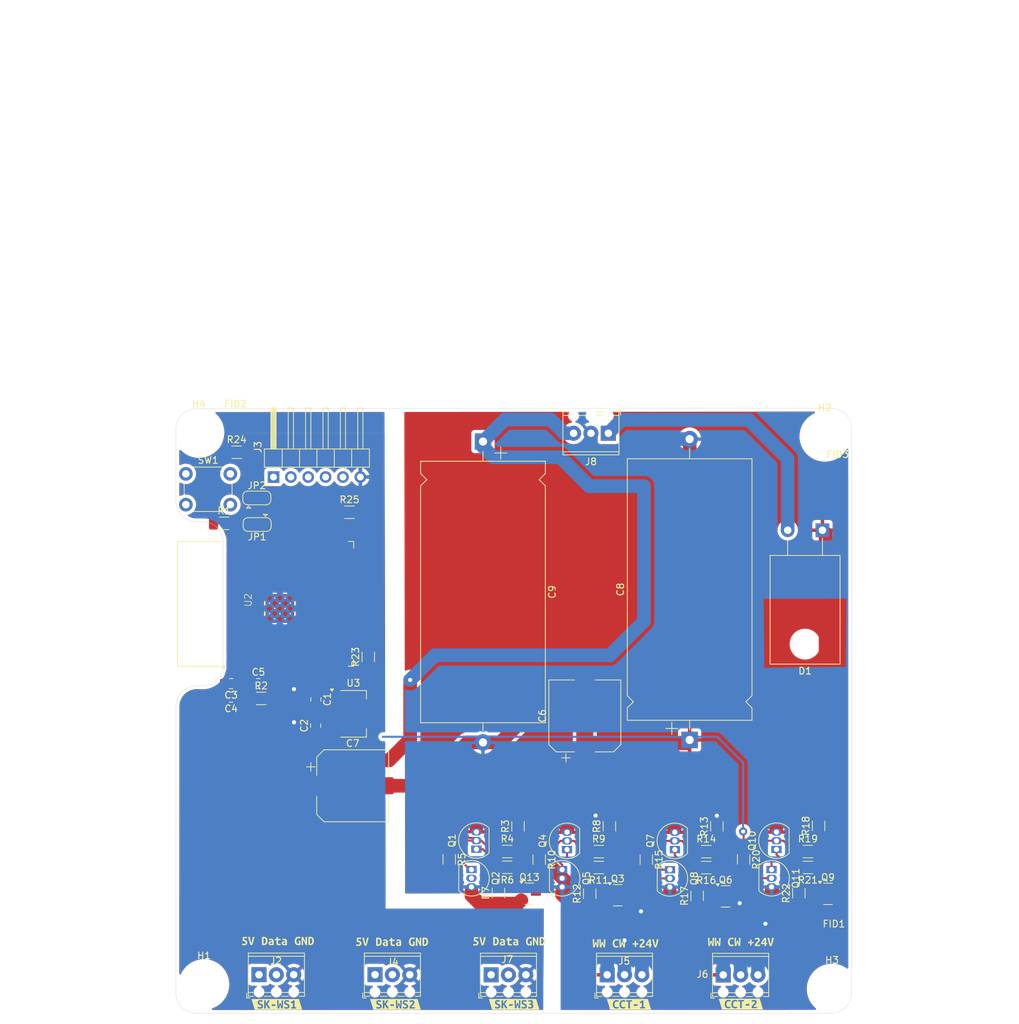
<source format=kicad_pcb>
(kicad_pcb (version 20240108) (generator "pcbnew") (generator_version "8.0")
  (layers (0 "F.Cu" signal) (31 "B.Cu" signal) (34 "B.Paste" user) (35 "F.Paste" user) (36 "B.SilkS" user "B.Silkscreen") (37 "F.SilkS" user "F.Silkscreen") (38 "B.Mask" user) (39 "F.Mask" user) (44 "Edge.Cuts" user))
  (net 0 "")
  (net 1 "GND")
  (net 2 "+3V3")
  (net 3 "+5V")
  (net 4 "Net-(U2-EN)")
  (net 5 "LED1")
  (net 6 "Net-(J3-Pin_3)")
  (net 10 "Net-(J3-Pin_2)")
  (net 11 "LED2")
  (net 12 "+24V")
  (net 13 "LED3")
  (net 14 "RX")
  (net 15 "TX")
  (net 16 "Net-(Q1-C)")
  (net 17 "Net-(Q1-B)")
  (net 18 "Net-(Q2-B)")
  (net 19 "Net-(Q3-G)")
  (net 20 "Net-(Q4-C)")
  (net 21 "Net-(Q4-B)")
  (net 22 "Net-(Q5-B)")
  (net 23 "Net-(Q6-G)")
  (net 24 "Net-(Q7-B)")
  (net 25 "Net-(Q7-C)")
  (net 26 "Net-(Q8-B)")
  (net 27 "Net-(Q9-G)")
  (net 28 "Net-(Q10-B)")
  (net 29 "Net-(Q10-C)")
  (net 30 "Net-(Q11-B)")
  (net 31 "Net-(Q13-G)")
  (net 32 "Net-(R1-Pad1)")
  (net 33 "Net-(R3-Pad1)")
  (net 34 "CCT2_CW")
  (net 35 "Net-(R8-Pad1)")
  (net 36 "CCT2_WW")
  (net 37 "Net-(R13-Pad1)")
  (net 38 "CCT1_CW")
  (net 39 "Net-(R18-Pad1)")
  (net 40 "CCT1_WW")
  (net 41 "Net-(U2-IO12)")
  (net 42 "Net-(U2-IO0)")
  (net 43 "Net-(U2-IO2)")
  (net 65 "/CW1")
  (net 66 "/WW1")
  (net 67 "/CW2")
  (net 68 "/WW2")
  (net 69 "/V_IN")
  (footprint "Package_TO_SOT_THT:TO-92_Inline" (layer "F.Cu") (at 83.304 155.382389 90)
    (property "Reference" "Q1")
    (property "Value" "BC327")
  )
  (footprint "Connector_PinHeader_2.54mm:PinHeader_1x06_P2.54mm_Horizontal" (layer "F.Cu") (at 53.63 100.95 90)
    (property "Reference" "J3")
    (property "Value" "Conn_01x06_Socket")
  )
  (footprint "Capacitor_SMD:C_1206_3216Metric_Pad1.33x1.80mm_HandSolder" (layer "F.Cu") (at 116.9186 158.074789 180)
    (property "Reference" "R16")
    (property "Value" "1k")
  )
  (footprint "Capacitor_SMD:C_1206_3216Metric_Pad1.33x1.80mm_HandSolder" (layer "F.Cu") (at 130.4625 161.813688 90)
    (property "Reference" "R22")
    (property "Value" "1k")
  )
  (footprint "Capacitor_SMD:C_1206_3216Metric_Pad1.33x1.80mm_HandSolder" (layer "F.Cu") (at 46.42 107.73)
    (property "Reference" "R1")
    (property "Value" "4k7")
  )
  (footprint "kibuzzard-670EF22D" (layer "F.Cu") (at 88.09 168.84)
    (property "Reference" "kibuzzard-670EF22D" (hide yes))
    (property "Value" "G***" (hide yes))
  )
  (footprint "Capacitor_SMD:C_1206_3216Metric_Pad1.33x1.80mm_HandSolder" (layer "F.Cu") (at 48.2475 97.33)
    (property "Reference" "R24")
    (property "Value" "10k")
  )
  (footprint "Capacitor_SMD:C_1206_3216Metric_Pad1.33x1.80mm_HandSolder" (layer "F.Cu") (at 102.7625 152.023688 90)
    (property "Reference" "R8")
    (property "Value" "10k")
  )
  (footprint "Package_TO_SOT_THT:TO-92_Inline" (layer "F.Cu") (at 126.4707 158.354188 -90)
    (property "Reference" "Q11")
    (property "Value" "BC337")
  )
  (footprint "Capacitor_SMD:C_1206_3216Metric_Pad1.33x1.80mm_HandSolder" (layer "F.Cu") (at 79.3328 156.868289 -90)
    (property "Reference" "R5")
    (property "Value" "10k")
  )
  (footprint "Fiducial:Fiducial_1.5mm_Mask3mm" (layer "F.Cu") (at 48.07 92.75)
    (property "Reference" "FID2")
    (property "Value" "Fiducial")
  )
  (footprint "kibuzzard-670D9849" (layer "F.Cu") (at 71.469952 178.0755)
    (property "Reference" "kibuzzard-670D9849" (hide yes))
    (property "Value" "G***" (hide yes))
  )
  (footprint "MountingHole:MountingHole_3.2mm_M3" (layer "F.Cu") (at 134.25 95.01)
    (property "Reference" "H2")
    (property "Value" "MountingHole")
  )
  (footprint "Package_TO_SOT_SMD:SOT-223-3_TabPin2" (layer "F.Cu") (at 65.3118 135.58)
    (property "Reference" "U3")
    (property "Value" "AMS1117-3.3")
  )
  (footprint "TerminalBlock_Phoenix:TerminalBlock_Phoenix_MPT-0,5-3-2.54_1x03_P2.54mm_Horizontal" (layer "F.Cu") (at 102.42975 173.7428)
    (property "Reference" "J5")
    (property "Value" "Screw_Terminal_01x03")
  )
  (footprint "TerminalBlock_Phoenix:TerminalBlock_Phoenix_MPT-0,5-3-2.54_1x03_P2.54mm_Horizontal" (layer "F.Cu") (at 68.48325 173.7301)
    (property "Reference" "J4")
    (property "Value" "Screw_Terminal_01x03")
  )
  (footprint "Jumper:SolderJumper-3_P1.3mm_Bridged12_RoundedPad1.0x1.5mm" (layer "F.Cu") (at 51.195 104.008)
    (property "Reference" "JP2")
    (property "Value" "SolderJumper_3_Bridged12")
  )
  (footprint "MountingHole:MountingHole_3.2mm_M3" (layer "F.Cu") (at 135.31 175.801909)
    (property "Reference" "H3")
    (property "Value" "MountingHole")
  )
  (footprint "TerminalBlock_Phoenix:TerminalBlock_Phoenix_MPT-0,5-3-2.54_1x03_P2.54mm_Horizontal" (layer "F.Cu") (at 85.4565 173.7428)
    (property "Reference" "J7")
    (property "Value" "Screw_Terminal_01x03")
  )
  (footprint "Package_TO_SOT_THT:TO-220-2_Horizontal_TabDown" (layer "F.Cu") (at 133.91 108.73 180)
    (property "Reference" "D1")
    (property "Value" "D")
  )
  (footprint "Capacitor_SMD:C_1206_3216Metric_Pad1.33x1.80mm_HandSolder" (layer "F.Cu") (at 101.205 155.729522)
    (property "Reference" "R9")
    (property "Value" "22k")
  )
  (footprint "Capacitor_SMD:C_1206_3216Metric_Pad1.33x1.80mm_HandSolder" (layer "F.Cu") (at 131.7837 158.040921 180)
    (property "Reference" "R21")
    (property "Value" "1k")
  )
  (footprint "TerminalBlock_Phoenix:TerminalBlock_Phoenix_MPT-0,5-3-2.54_1x03_P2.54mm_Horizontal" (layer "F.Cu") (at 119.403 173.762536)
    (property "Reference" "J6")
    (property "Value" "Screw_Terminal_01x03")
  )
  (footprint "kibuzzard-670D99B4" (layer "F.Cu") (at 105.13 169.14)
    (property "Reference" "kibuzzard-670D99B4" (hide yes))
    (property "Value" "G***" (hide yes))
  )
  (footprint "Capacitor_SMD:C_1206_3216Metric_Pad1.33x1.80mm_HandSolder" (layer "F.Cu") (at 89.3925 152.028688 90)
    (property "Reference" "R3")
    (property "Value" "10k")
  )
  (footprint "Capacitor_SMD:C_1206_3216Metric_Pad1.33x1.80mm_HandSolder" (layer "F.Cu") (at 87.8287 158.023989 180)
    (property "Reference" "R6")
    (property "Value" "1k")
  )
  (footprint "Capacitor_SMD:C_1206_3216Metric_Pad1.33x1.80mm_HandSolder" (layer "F.Cu") (at 92.4928 156.902155 -90)
    (property "Reference" "R10")
    (property "Value" "10k")
  )
  (footprint "Package_TO_SOT_SMD:SOT-23" (layer "F.Cu") (at 119.76 162.276188)
    (property "Reference" "Q6")
    (property "Value" "AO3400A")
  )
  (footprint "TerminalBlock_Phoenix:TerminalBlock_Phoenix_MPT-0,5-3-2.54_1x03_P2.54mm_Horizontal" (layer "F.Cu") (at 102.6 94.55 180)
    (property "Reference" "J8")
    (property "Value" "Screw_Terminal_01x03")
  )
  (footprint "kibuzzard-670EF237" (layer "F.Cu") (at 70.97 168.91)
    (property "Reference" "kibuzzard-670EF237" (hide yes))
    (property "Value" "G***" (hide yes))
  )
  (footprint "Capacitor_SMD:C_1206_3216Metric_Pad1.33x1.80mm_HandSolder" (layer "F.Cu") (at 67.49 127.2575 90)
    (property "Reference" "R23")
    (property "Value" "10k/DNP")
  )
  (footprint "kibuzzard-670D97D1" (layer "F.Cu") (at 121.984459 178.031736)
    (property "Reference" "kibuzzard-670D97D1" (hide yes))
    (property "Value" "G***" (hide yes))
  )
  (footprint "TerminalBlock_Phoenix:TerminalBlock_Phoenix_MPT-0,5-3-2.54_1x03_P2.54mm_Horizontal" (layer "F.Cu") (at 51.51 173.73)
    (property "Reference" "J2")
    (property "Value" "Screw_Terminal_01x03")
  )
  (footprint "Capacitor_SMD:C_1206_3216Metric_Pad1.33x1.80mm_HandSolder" (layer "F.Cu") (at 116.9186 155.737989)
    (property "Reference" "R14")
    (property "Value" "22k")
  )
  (footprint "Capacitor_SMD:C_1206_3216Metric_Pad1.33x1.80mm_HandSolder" (layer "F.Cu") (at 87.8287 155.712589)
    (property "Reference" "R4")
    (property "Value" "22k")
  )
  (footprint "Capacitor_SMD:C_1206_3216Metric_Pad1.33x1.80mm_HandSolder" (layer "F.Cu") (at 115.5825 162.206188 90)
    (property "Reference" "R17")
    (property "Value" "1k")
  )
  (footprint "Package_TO_SOT_THT:TO-92_Inline" (layer "F.Cu") (at 112.3212 155.433189 90)
    (property "Reference" "Q7")
    (property "Value" "BC327")
  )
  (footprint "Capacitor_SMD:C_0805_2012Metric_Pad1.18x1.45mm_HandSolder" (layer "F.Cu") (at 51.43 131.16)
    (property "Reference" "C5")
    (property "Value" "1u")
  )
  (footprint "Capacitor_SMD:C_0805_2012Metric_Pad1.18x1.45mm_HandSolder" (layer "F.Cu") (at 59.8 137.3072 90)
    (property "Reference" "C2")
    (property "Value" "330n")
  )
  (footprint "Package_TO_SOT_SMD:SOT-23" (layer "F.Cu") (at 103.97 162.106188)
    (property "Reference" "Q3")
    (property "Value" "AO3400A")
  )
  (footprint "Capacitor_SMD:C_0805_2012Metric_Pad1.18x1.45mm_HandSolder" (layer "F.Cu") (at 47.4358 133.1418 180)
    (property "Reference" "C4")
    (property "Value" "10u")
  )
  (footprint "Package_TO_SOT_SMD:SOT-23" (layer "F.Cu") (at 134.715 161.906188)
    (property "Reference" "Q9")
    (property "Value" "AO3400A")
  )
  (footprint "Jumper:SolderJumper-3_P1.3mm_Bridged12_RoundedPad1.0x1.5mm" (layer "F.Cu") (at 51.2458 107.8942 180)
    (property "Reference" "JP1")
    (property "Value" "SolderJumper_3_Bridged12")
  )
  (footprint "Capacitor_SMD:C_1206_3216Metric_Pad1.33x1.80mm_HandSolder" (layer "F.Cu") (at 122.3857 156.880988 -90)
    (property "Reference" "R20")
    (property "Value" "10k")
  )
  (footprint "Capacitor_SMD:C_0805_2012Metric_Pad1.18x1.45mm_HandSolder" (layer "F.Cu") (at 59.8254 133.4679 -90)
    (property "Reference" "C1")
    (property "Value" "100n")
  )
  (footprint "Capacitor_SMD:C_1206_3216Metric_Pad1.33x1.80mm_HandSolder" (layer "F.Cu") (at 64.7425 106.11)
    (property "Reference" "R25")
    (property "Value" "DNP")
  )
  (footprint "Capacitor_SMD:C_1206_3216Metric_Pad1.33x1.80mm_HandSolder" (layer "F.Cu") (at 51.83 133.33)
    (property "Reference" "R2")
    (property "Value" "10k")
  )
  (footprint "Fiducial:Fiducial_1.5mm_Mask3mm" (layer "F.Cu") (at 135.59 168.781909)
    (property "Reference" "FID1")
    (property "Value" "Fiducial")
  )
  (footprint "Capacitor_SMD:CP_Elec_10x10" (layer "F.Cu") (at 65.2175 146.1)
    (property "Reference" "C7")
    (property "Value" "470u")
  )
  (footprint "kibuzzard-670D9857" (layer "F.Cu") (at 88.82089 178.0628)
    (property "Reference" "kibuzzard-670D9857" (hide yes))
    (property "Value" "G***" (hide yes))
  )
  (footprint "kibuzzard-670D998F" (layer "F.Cu") (at 105.620668 178.0628)
    (property "Reference" "kibuzzard-670D998F" (hide yes))
    (property "Value" "G***" (hide yes))
  )
  (footprint "Fiducial:Fiducial_1.5mm_Mask3mm" (layer "F.Cu") (at 136.15 100.11)
    (property "Reference" "FID3")
    (property "Value" "Fiducial")
  )
  (footprint "Capacitor_SMD:C_0805_2012Metric_Pad1.18x1.45mm_HandSolder" (layer "F.Cu") (at 47.4358 131.1606 180)
    (property "Reference" "C3")
    (property "Value" "100n")
  )
  (footprint "kibuzzard-670EF243" (layer "F.Cu") (at 54.27 168.8)
    (property "Reference" "kibuzzard-670EF243" (hide yes))
    (property "Value" "G***" (hide yes))
  )
  (footprint "kibuzzard-670D99B4" (layer "F.Cu") (at 121.99 168.94)
    (property "Reference" "kibuzzard-670D99B4" (hide yes))
    (property "Value" "G***" (hide yes))
  )
  (footprint "Button_Switch_THT:SW_PUSH_6mm_H5mm" (layer "F.Cu") (at 40.82 100.49)
    (property "Reference" "SW1")
    (property "Value" "Reset")
  )
  (footprint "Capacitor_SMD:C_1206_3216Metric_Pad1.33x1.80mm_HandSolder" (layer "F.Cu") (at 118.4725 152.046188 90)
    (property "Reference" "R13")
    (property "Value" "10k")
  )
  (footprint "Package_TO_SOT_THT:TO-92_Inline" (layer "F.Cu") (at 82.584 158.354189 -90)
    (property "Reference" "Q2")
    (property "Value" "BC337")
  )
  (footprint "Package_TO_SOT_SMD:SOT-23" (layer "F.Cu") (at 91.065 161.886188)
    (property "Reference" "Q13")
    (property "Value" "AO3400A")
  )
  (footprint "kibuzzard-670D983B" (layer "F.Cu") (at 54.122459 178.0756)
    (property "Reference" "kibuzzard-670D983B" (hide yes))
    (property "Value" "G***" (hide yes))
  )
  (footprint "MountingHole:MountingHole_3.2mm_M3" (layer "F.Cu") (at 42.74 94.46)
    (property "Reference" "H4")
    (property "Value" "MountingHole")
  )
  (footprint "Package_TO_SOT_THT:TO-92_Inline" (layer "F.Cu") (at 95.8425 158.356188 -90)
    (property "Reference" "Q5")
    (property "Value" "BC337")
  )
  (footprint "Package_TO_SOT_THT:TO-92_Inline" (layer "F.Cu") (at 127.1907 155.407788 90)
    (property "Reference" "Q10")
    (property "Value" "BC327")
  )
  (footprint "Capacitor_SMD:C_1206_3216Metric_Pad1.33x1.80mm_HandSolder" (layer "F.Cu") (at 101.205 158.057855 180)
    (property "Reference" "R11")
    (property "Value" "1k")
  )
  (footprint "Library_Pia:ESP32-Wroom-32" (layer "F.Cu") (at 50.433 118.9432 90)
    (property "Reference" "U2")
    (property "Value" "ESP32-WROOM-32")
  )
  (footprint "Capacitor_SMD:C_1206_3216Metric_Pad1.33x1.80mm_HandSolder" (layer "F.Cu") (at 108.1556 156.906389 -90)
    (property "Reference" "R15")
    (property "Value" "10k")
  )
  (footprint "Package_TO_SOT_THT:TO-92_Inline" (layer "F.Cu") (at 96.5612 155.428955 90)
    (property "Reference" "Q4")
    (property "Value" "BC327")
  )
  (footprint "Capacitor_SMD:C_1206_3216Metric_Pad1.33x1.80mm_HandSolder" (layer "F.Cu") (at 99.8725 161.886188 90)
    (property "Reference" "R12")
    (property "Value" "1k")
  )
  (footprint "Capacitor_SMD:C_1206_3216Metric_Pad1.33x1.80mm_HandSolder" (layer "F.Cu") (at 133.3425 151.976188 90)
    (property "Reference" "R18")
    (property "Value" "10k")
  )
  (footprint "MountingHole:MountingHole_3.2mm_M3" (layer "F.Cu") (at 43.47 175.15)
    (property "Reference" "H1")
    (property "Value" "MountingHole")
  )
  (footprint "Package_TO_SOT_THT:TO-92_Inline" (layer "F.Cu") (at 111.6012 158.379589 -90)
    (property "Reference" "Q8")
    (property "Value" "BC337")
  )
  (footprint "Capacitor_SMD:CP_Elec_10x10" (layer "F.Cu") (at 99.16 135.89 90)
    (property "Reference" "C6")
    (property "Value" "470u")
  )
  (footprint "Capacitor_SMD:C_1206_3216Metric_Pad1.33x1.80mm_HandSolder" (layer "F.Cu") (at 131.7837 155.721055)
    (property "Reference" "R19")
    (property "Value" "22k")
  )
  (footprint "Capacitor_THT:CP_Axial_L38.0mm_D18.0mm_P44.00mm_Horizontal" (layer "F.Cu") (at 114.49 139.4 90)
    (property "Reference" "C8")
    (property "Value" "10.000uF")
  )
  (footprint "Capacitor_THT:CP_Axial_L38.0mm_D18.0mm_P44.00mm_Horizontal" (layer "F.Cu") (at 84.27 95.76 -90)
    (property "Reference" "C9")
    (property "Value" "10.000uF")
  )
  (footprint "Capacitor_SMD:C_1206_3216Metric_Pad1.33x1.80mm_HandSolder" (layer "F.Cu") (at 86.5325 161.773688 90)
    (property "Reference" "R7")
    (property "Value" "1k")
  )
  (gr_line (start 46.28 110.5) (end 46.27 128.49) (stroke (width 0.05)) (layer "Edge.Cuts"))
  (gr_line (start 39.36 176.37) (end 39.38 134.49) (stroke (width 0.05)) (layer "Edge.Cuts"))
  (gr_line (start 43.27 107.49) (end 42.38 107.495) (stroke (width 0.05)) (layer "Edge.Cuts"))
  (gr_arc (start 39.3586 93.9624) (mid 40.240209 91.834009) (end 42.3686 90.9524) (stroke (width 0.05)) (layer "Edge.Cuts"))
  (gr_line (start 42.37 179.38) (end 135.18 179.36) (stroke (width 0.05)) (layer "Edge.Cuts"))
  (gr_line (start 138.19 176.35) (end 138.19 93.9) (stroke (width 0.05)) (layer "Edge.Cuts"))
  (gr_arc (start 42.37 179.38) (mid 40.241609 178.498391) (end 39.36 176.37) (stroke (width 0.05)) (layer "Edge.Cuts"))
  (gr_line (start 135.18 90.89) (end 42.3686 90.9524) (stroke (width 0.05)) (layer "Edge.Cuts"))
  (gr_arc (start 46.27 128.49) (mid 45.388391 130.618391) (end 43.26 131.5) (stroke (width 0.05)) (layer "Edge.Cuts"))
  (gr_arc (start 39.38 134.49) (mid 40.261609 132.361609) (end 42.39 131.48) (stroke (width 0.05)) (layer "Edge.Cuts"))
  (gr_line (start 43.26 131.5) (end 42.39 131.48) (stroke (width 0.05)) (layer "Edge.Cuts"))
  (gr_arc (start 138.19 176.35) (mid 137.308391 178.478391) (end 135.18 179.36) (stroke (width 0.05)) (layer "Edge.Cuts"))
  (gr_arc (start 135.18 90.89) (mid 137.308391 91.771609) (end 138.19 93.9) (stroke (width 0.05)) (layer "Edge.Cuts"))
  (gr_arc (start 42.38 107.495) (mid 40.251609 106.613391) (end 39.37 104.485) (stroke (width 0.05)) (layer "Edge.Cuts"))
  (gr_line (start 39.3586 93.9624) (end 39.37 104.485) (stroke (width 0.05)) (layer "Edge.Cuts"))
  (gr_arc (start 43.27 107.49) (mid 45.398391 108.371609) (end 46.28 110.5) (stroke (width 0.05)) (layer "Edge.Cuts"))
  (segment (start 115.5825 163.768688) (end 118.0175 163.768688) (width 2) (layer "F.Cu") (net 1))
  (segment (start 99.8725 163.448688) (end 97.275 163.448688) (width 2) (layer "F.Cu") (net 1))
  (segment (start 82.01 139.76) (end 75.67 146.1) (width 2) (layer "F.Cu") (net 1))
  (segment (start 82.584 162.137688) (end 82.584 161.549189) (width 2) (layer "F.Cu") (net 1))
  (segment (start 46.3983 131.1606) (end 47.223 130.3359) (width 0.6) (layer "F.Cu") (net 1))
  (segment (start 59.8254 134.5054) (end 60.0046 134.5054) (width 0.6) (layer "F.Cu") (net 1))
  (segment (start 114.49 121.71) (end 104.31 131.89) (width 2) (layer "F.Cu") (net 1))
  (segment (start 59.8 134.5308) (end 59.8254 134.5054) (width 0.6) (layer "F.Cu") (net 1))
  (segment (start 65.34 131.82) (end 63.88 133.28) (width 2) (layer "F.Cu") (net 1))
  (segment (start 83.7825 163.336188) (end 82.584 162.137688) (width 2) (layer "F.Cu") (net 1))
  (segment (start 47.59 136.82) (end 46.3983 135.6283) (width 2) (layer "F.Cu") (net 1))
  (segment (start 114.49 95.4) (end 114.49 121.71) (width 2) (layer "F.Cu") (net 1))
  (segment (start 56.63 136.82) (end 58.26 135.19) (width 2) (layer "F.Cu") (net 1))
  (segment (start 86.81 139.76) (end 82.01 139.76) (width 2) (layer "F.Cu") (net 1))
  (segment (start 47.223 130.3359) (end 47.223 128.2432) (width 0.6) (layer "F.Cu") (net 1))
  (segment (start 55.69 131.03) (end 56.625 131.965) (width 2) (layer "F.Cu") (net 1))
  (segment (start 111.6012 162.264888) (end 111.6012 161.574589) (width 2) (layer "F.Cu") (net 1))
  (segment (start 128.2977 163.376188) (end 126.4707 161.549188) (width 2) (layer "F.Cu") (net 1))
  (segment (start 99.8725 163.448688) (end 102.3775 163.448688) (width 2) (layer "F.Cu") (net 1))
  (segment (start 55.69 131.03) (end 52.4675 131.03) (width 2) (layer "F.Cu") (net 1))
  (segment (start 102.3775 163.448688) (end 102.77 163.056188) (width 2) (layer "F.Cu") (net 1))
  (segment (start 95.8425 162.016188) (end 95.8425 161.551188) (width 2) (layer "F.Cu") (net 1))
  (segment (start 46.3983 135.6283) (end 46.3983 133.1418) (width 2) (layer "F.Cu") (net 1))
  (segment (start 130.4625 163.376188) (end 132.995 163.376188) (width 2) (layer "F.Cu") (net 1))
  (segment (start 59.8 136.2697) (end 59.8 134.5308) (width 0.6) (layer "F.Cu") (net 1))
  (segment (start 118.0175 163.768688) (end 118.56 163.226188) (width 2) (layer "F.Cu") (net 1))
  (segment (start 46.3983 133.1418) (end 46.3983 131.733526) (width 2) (layer "F.Cu") (net 1))
  (segment (start 59.7418 135.19) (end 59.7618 135.21) (width 2) (layer "F.Cu") (net 1))
  (segment (start 61.23 133.28) (end 62.1618 133.28) (width 0.6) (layer "F.Cu") (net 1))
  (segment (start 130.4625 163.376188) (end 128.2977 163.376188) (width 2) (layer "F.Cu") (net 1))
  (segment (start 132.995 163.376188) (end 133.515 162.856188) (width 2) (layer "F.Cu") (net 1))
  (segment (start 56.63 136.82) (end 47.59 136.82) (width 2) (layer "F.Cu") (net 1))
  (segment (start 86.5325 163.336188) (end 83.7825 163.336188) (width 2) (layer "F.Cu") (net 1))
  (segment (start 115.5825 163.768688) (end 113.105 163.768688) (width 2) (layer "F.Cu") (net 1))
  (segment (start 104.31 131.89) (end 99.16 131.89) (width 2) (layer "F.Cu") (net 1))
  (segment (start 113.105 163.768688) (end 111.6012 162.264888) (width 2) (layer "F.Cu") (net 1))
  (segment (start 60.0046 134.5054) (end 61.23 133.28) (width 0.6) (layer "F.Cu") (net 1))
  (segment (start 94.68 131.89) (end 86.81 139.76) (width 2) (layer "F.Cu") (net 1))
  (segment (start 63.88 133.28) (end 62.1618 133.28) (width 2) (layer "F.Cu") (net 1))
  (segment (start 86.5325 163.336188) (end 89.365 163.336188) (width 2) (layer "F.Cu") (net 1))
  (segment (start 75.67 146.1) (end 69.2175 146.1) (width 2) (layer "F.Cu") (net 1))
  (segment (start 58.26 135.19) (end 59.7418 135.19) (width 2) (layer "F.Cu") (net 1))
  (segment (start 99.16 131.89) (end 94.68 131.89) (width 2) (layer "F.Cu") (net 1))
  (segment (start 97.275 163.448688) (end 95.8425 162.016188) (width 2) (layer "F.Cu") (net 1))
  (segment (start 89.365 163.336188) (end 89.865 162.836188) (width 2) (layer "F.Cu") (net 1))
  (via (at 56.63 136.82) (size 1.2) (drill 0.6) (layers "F.Cu" "B.Cu") (net 1))
  (via (at 56.625 131.965) (size 1.2) (drill 0.6) (layers "F.Cu" "B.Cu") (net 1))
  (segment (start 106.05 98.07) (end 100.88 98.07) (width 2) (layer "B.Cu") (net 1))
  (segment (start 56.625 131.965) (end 56.625 136.815) (width 2) (layer "B.Cu") (net 1))
  (segment (start 56.625 136.815) (end 56.63 136.82) (width 2) (layer "B.Cu") (net 1))
  (segment (start 108.72 95.4) (end 106.05 98.07) (width 2) (layer "B.Cu") (net 1))
  (segment (start 114.49 95.4) (end 108.72 95.4) (width 2) (layer "B.Cu") (net 1))
  (segment (start 100.059999 97.249999) (end 100.059999 94.549999) (width 2) (layer "B.Cu") (net 1))
  (segment (start 100.88 98.07) (end 100.059999 97.249999) (width 2) (layer "B.Cu") (net 1))
  (segment (start 55.874164 135.12) (end 50.89 135.12) (width 0.6) (layer "F.Cu") (net 2))
  (segment (start 48.4733 128.2629) (end 48.493 128.2432) (width 0.6) (layer "F.Cu") (net 2))
  (segment (start 59.8254 132.4304) (end 58.563764 132.4304) (width 0.6) (layer "F.Cu") (net 2))
  (segment (start 50.89 135.12) (end 50.2675 134.4975) (width 0.6) (layer "F.Cu") (net 2))
  (segment (start 58.563764 132.4304) (end 55.874164 135.12) (width 0.6) (layer "F.Cu") (net 2))
  (segment (start 48.4733 133.1418) (end 48.4733 131.1606) (width 0.6) (layer "F.Cu") (net 2))
  (segment (start 50.2675 134.4975) (end 50.2675 133.33) (width 0.6) (layer "F.Cu") (net 2))
  (segment (start 68.4618 135.58) (end 62.1618 135.58) (width 0.6) (layer "F.Cu") (net 2))
  (segment (start 48.6615 133.33) (end 48.4733 133.1418) (width 0.6) (layer "F.Cu") (net 2))
  (segment (start 62.1618 135.58) (end 61.625 135.58) (width 0.6) (layer "F.Cu") (net 2))
  (segment (start 48.4733 131.1606) (end 48.4733 128.2629) (width 0.6) (layer "F.Cu") (net 2))
  (segment (start 50.2675 133.33) (end 48.6615 133.33) (width 0.6) (layer "F.Cu") (net 2))
  (segment (start 73.62 139.29) (end 73.62 130.63) (width 2) (layer "F.Cu") (net 3))
  (segment (start 58.8053 138.3447) (end 57.59 139.56) (width 2) (layer "F.Cu") (net 3))
  (segment (start 61.04 137.88) (end 62.1618 137.88) (width 0.6) (layer "F.Cu") (net 3))
  (segment (start 60.99 137.83) (end 61.04 137.88) (width 0.6) (layer "F.Cu") (net 3))
  (segment (start 61.6971 138.3447) (end 62.1618 137.88) (width 2) (layer "F.Cu") (net 3))
  (segment (start 57.59 145.01) (end 57.59 139.56) (width 0.6) (layer "F.Cu") (net 3))
  (segment (start 59.8 138.3447) (end 60.4753 138.3447) (width 0.6) (layer "F.Cu") (net 3))
  (segment (start 58.68 146.1) (end 57.59 145.01) (width 2) (layer "F.Cu") (net 3))
  (segment (start 61.2175 146.1) (end 64.9375 142.38) (width 2) (layer "F.Cu") (net 3))
  (segment (start 64.9375 142.38) (end 70.53 142.38) (width 2) (layer "F.Cu") (net 3))
  (segment (start 60.4753 138.3447) (end 60.99 137.83) (width 0.6) (layer "F.Cu") (net 3))
  (segment (start 57.59 145.01) (end 57.59 139.22) (width 2) (layer "F.Cu") (net 3))
  (segment (start 58.8053 138.3447) (end 61.6971 138.3447) (width 2) (layer "F.Cu") (net 3))
  (segment (start 61.2175 146.1) (end 58.68 146.1) (width 2) (layer "F.Cu") (net 3))
  (segment (start 70.53 142.38) (end 73.62 139.29) (width 2) (layer "F.Cu") (net 3))
  (via (at 73.62 130.63) (size 1.2) (drill 0.6) (layers "F.Cu" "B.Cu") (net 3))
  (segment (start 107.82 122.03) (end 102.83 127.02) (width 2) (layer "B.Cu") (net 3))
  (segment (start 84.27 95.76) (end 87.49 92.54) (width 2) (layer "B.Cu") (net 3))
  (segment (start 102.83 127.02) (end 77.23 127.02) (width 2) (layer "B.Cu") (net 3))
  (segment (start 84.27 95.76) (end 84.27 96.52) (width 2) (layer "B.Cu") (net 3))
  (segment (start 77.23 127.02) (end 73.62 130.63) (width 2) (layer "B.Cu") (net 3))
  (segment (start 96.16 94.55) (end 97.52 94.55) (width 2) (layer "B.Cu") (net 3))
  (segment (start 85.8 98.05) (end 95.57 98.05) (width 2) (layer "B.Cu") (net 3))
  (segment (start 84.27 96.52) (end 85.8 98.05) (width 2) (layer "B.Cu") (net 3))
  (segment (start 95.57 98.05) (end 99.8 102.28) (width 2) (layer "B.Cu") (net 3))
  (segment (start 94.15 92.54) (end 96.16 94.55) (width 2) (layer "B.Cu") (net 3))
  (segment (start 99.8 102.28) (end 107.82 102.28) (width 2) (layer "B.Cu") (net 3))
  (segment (start 87.49 92.54) (end 94.15 92.54) (width 2) (layer "B.Cu") (net 3))
  (segment (start 107.82 102.28) (end 107.82 122.03) (width 2) (layer "B.Cu") (net 3))
  (segment (start 96.630267 152.233955) (end 96.5612 152.233955) (width 2) (layer "F.Cu") (net 12))
  (segment (start 118.5425 150.413688) (end 118.4725 150.483688) (width 2) (layer "F.Cu") (net 12))
  (segment (start 96.3725 150.461188) (end 96.3725 151.976188) (width 2) (layer "F.Cu") (net 12))
  (segment (start 96.3725 150.461188) (end 89.3975 150.461188) (width 2) (layer "F.Cu") (net 12))
  (segment (start 134.37 149.386188) (end 133.3425 150.413688) (width 2) (layer "F.Cu") (net 12))
  (segment (start 99.16 139.89) (end 99.16 144.385) (width 2) (layer "F.Cu") (net 12))
  (segment (start 127.1225 152.212788) (end 127.1907 152.212788) (width 2) (layer "F.Cu") (net 12))
  (segment (start 127.1225 150.413688) (end 118.5425 150.413688) (width 2) (layer "F.Cu") (net 12))
  (segment (start 114.49 139.4) (end 114 139.89) (width 2) (layer "F.Cu") (net 12))
  (segment (start 127.1225 150.413688) (end 127.1225 152.212788) (width 2) (layer "F.Cu") (net 12))
  (segment (start 96.3725 151.976188) (end 96.630267 152.233955) (width 2) (layer "F.Cu") (net 12))
  (segment (start 89.3975 150.461188) (end 89.3925 150.466188) (width 2) (layer "F.Cu") (net 12))
  (segment (start 112.0525 150.483688) (end 102.785 150.483688) (width 2) (layer "F.Cu") (net 12))
  (segment (start 84.0425 150.466188) (end 83.304 151.204688) (width 2) (layer "F.Cu") (net 12))
  (segment (start 102.7625 150.461188) (end 100.73 150.461188) (width 2) (layer "F.Cu") (net 12))
  (segment (start 112.0525 150.483688) (end 112.0525 151.966188) (width 2) (layer "F.Cu") (net 12))
  (segment (start 134.37 109.19) (end 134.37 149.386188) (width 2) (layer "F.Cu") (net 12))
  (segment (start 113.8025 150.483688) (end 112.0525 150.483688) (width 2) (layer "F.Cu") (net 12))
  (segment (start 100.73 150.461188) (end 98.8525 150.461188) (width 2) (layer "F.Cu") (net 12))
  (segment (start 112.324501 152.238189) (end 112.3212 152.238189) (width 2) (layer "F.Cu") (net 12))
  (segment (start 118.4725 150.483688) (end 113.8025 150.483688) (width 2) (layer "F.Cu") (net 12))
  (segment (start 113.7825 150.463688) (end 113.8025 150.483688) (width 2) (layer "F.Cu") (net 12))
  (segment (start 102.785 150.483688) (end 102.7625 150.461188) (width 2) (layer "F.Cu") (net 12))
  (segment (start 112.0525 151.966188) (end 112.324501 152.238189) (width 2) (layer "F.Cu") (net 12))
  (segment (start 98.8525 150.461188) (end 96.3725 150.461188) (width 2) (layer "F.Cu") (net 12))
  (segment (start 114 139.89) (end 99.16 139.89) (width 2) (layer "F.Cu") (net 12))
  (segment (start 133.3425 150.413688) (end 127.1225 150.413688) (width 2) (layer "F.Cu") (net 12))
  (segment (start 133.91 108.73) (end 134.37 109.19) (width 2) (layer "F.Cu") (net 12))
  (segment (start 83.304 151.204688) (end 83.304 152.187389) (width 2) (layer "F.Cu") (net 12))
  (segment (start 89.3925 150.466188) (end 84.0425 150.466188) (width 2) (layer "F.Cu") (net 12))
  (via (at 118.4725 150.483688) (size 1.2) (drill 0.6) (layers "F.Cu" "B.Cu") (net 12))
  (via (at 100.73 150.461188) (size 1.2) (drill 0.6) (layers "F.Cu" "B.Cu") (net 12))
  (segment (start 119.403 151.414188) (end 118.4725 150.483688) (width 2) (layer "B.Cu") (net 12))
  (segment (start 102.42975 173.7428) (end 102.42975 152.160938) (width 2) (layer "B.Cu") (net 12))
  (segment (start 119.403 173.762536) (end 119.403 151.414188) (width 2) (layer "B.Cu") (net 12))
  (segment (start 102.42975 152.160938) (end 100.73 150.461188) (width 2) (layer "B.Cu") (net 12))
  (segment (start 51.033 110.7432) (end 51.033 109.7134) (width 0.2) (layer "F.Cu") (net 14))
  (segment (start 49.9458 108.6262) (end 49.9458 107.8942) (width 0.2) (layer "F.Cu") (net 14))
  (segment (start 49.9458 107.8942) (end 49.9458 104.0588) (width 0.2) (layer "F.Cu") (net 14))
  (segment (start 51.033 109.7134) (end 49.9458 108.6262) (width 0.2) (layer "F.Cu") (net 14))
  (segment (start 49.9458 104.0588) (end 49.895 104.008) (width 0.2) (layer "F.Cu") (net 14))
  (segment (start 52.5458 107.8942) (end 52.2664 107.6148) (width 0.2) (layer "F.Cu") (net 15))
  (segment (start 52.303 110.7432) (end 52.303 109.4024) (width 0.2) (layer "F.Cu") (net 15))
  (segment (start 52.5458 109.1596) (end 52.5458 107.8942) (width 0.2) (layer "F.Cu") (net 15))
  (segment (start 52.495 105.6844) (end 52.495 104.008) (width 0.2) (layer "F.Cu") (net 15))
  (segment (start 52.303 109.4024) (end 52.5458 109.1596) (width 0.2) (layer "F.Cu") (net 15))
  (segment (start 52.5458 104.0588) (end 52.495 104.008) (width 0.2) (layer "F.Cu") (net 15))
  (segment (start 52.5458 107.8942) (end 52.5458 104.0588) (width 0.2) (layer "F.Cu") (net 15))
  (segment (start 85.2925 158.036188) (end 85.304699 158.023989) (width 0.3) (layer "F.Cu") (net 16))
  (segment (start 84.8325 157.576188) (end 85.2925 158.036188) (width 0.3) (layer "F.Cu") (net 16))
  (segment (start 84.8325 155.966188) (end 84.8325 157.576188) (width 0.3) (layer "F.Cu") (net 16))
  (segment (start 85.304699 158.023989) (end 86.2662 158.023989) (width 0.3) (layer "F.Cu") (net 16))
  (segment (start 83.304 155.382389) (end 84.248701 155.382389) (width 0.3) (layer "F.Cu") (net 16))
  (segment (start 84.248701 155.382389) (end 84.8325 155.966188) (width 0.3) (layer "F.Cu") (net 16))
  (segment (start 79.4703 153.3803) (end 79.4703 152.524601) (width 0.3) (layer "F.Cu") (net 17))
  (segment (start 81.2125 154.616188) (end 81.716299 154.112389) (width 0.3) (layer "F.Cu") (net 17))
  (segment (start 82.330501 158.354189) (end 81.2125 157.236188) (width 0.3) (layer "F.Cu") (net 17))
  (segment (start 85.618901 155.712589) (end 84.018701 154.112389) (width 0.3) (layer "F.Cu") (net 17))
  (segment (start 86.2662 155.712589) (end 85.618901 155.712589) (width 0.3) (layer "F.Cu") (net 17))
  (segment (start 82.7215 153.718001) (end 79.808001 153.718001) (width 0.3) (layer "F.Cu") (net 17))
  (segment (start 81.2125 157.236188) (end 81.2125 154.616188) (width 0.3) (layer "F.Cu") (net 17))
  (segment (start 84.018701 154.112389) (end 83.304 154.112389) (width 0.3) (layer "F.Cu") (net 17))
  (segment (start 82.584 158.354189) (end 82.330501 158.354189) (width 0.3) (layer "F.Cu") (net 17))
  (segment (start 79.808001 153.718001) (end 79.4703 153.3803) (width 0.3) (layer "F.Cu") (net 17))
  (segment (start 81.716299 154.112389) (end 83.304 154.112389) (width 0.3) (layer "F.Cu") (net 17))
  (segment (start 101.84 159.683688) (end 101.2 160.323688) (width 0.3) (layer "F.Cu") (net 19))
  (segment (start 102.7675 159.181188) (end 102.265 159.683688) (width 0.3) (layer "F.Cu") (net 19))
  (segment (start 102.265 159.683688) (end 101.84 159.683688) (width 0.3) (layer "F.Cu") (net 19))
  (segment (start 102.0325 161.156188) (end 103.0325 161.156188) (width 0.3) (layer "F.Cu") (net 19))
  (segment (start 101.2 160.323688) (end 102.0325 161.156188) (width 0.3) (layer "F.Cu") (net 19))
  (segment (start 102.7675 158.057855) (end 102.7675 159.181188) (width 0.3) (layer "F.Cu") (net 19))
  (segment (start 99.8725 160.323688) (end 101.2 160.323688) (width 0.3) (layer "F.Cu") (net 19))
  (segment (start 96.5612 155.428955) (end 96.5612 156.564888) (width 0.3) (layer "F.Cu") (net 20))
  (segment (start 96.5612 156.564888) (end 98.054167 158.057855) (width 0.3) (layer "F.Cu") (net 20))
  (segment (start 98.054167 158.057855) (end 99.6425 158.057855) (width 0.3) (layer "F.Cu") (net 20))
  (segment (start 98.4925 155.606188) (end 98.4925 155.056188) (width 0.3) (layer "F.Cu") (net 21))
  (segment (start 97.595267 154.158955) (end 96.5612 154.158955) (width 0.3) (layer "F.Cu") (net 21))
  (segment (start 98.615834 155.729522) (end 98.4925 155.606188) (width 0.3) (layer "F.Cu") (net 21))
  (segment (start 99.6425 155.729522) (end 98.615834 155.729522) (width 0.3) (layer "F.Cu") (net 21))
  (segment (start 94.8325 156.656188) (end 94.8325 154.946188) (width 0.3) (layer "F.Cu") (net 21))
  (segment (start 94.8325 154.946188) (end 95.619733 154.158955) (width 0.3) (layer "F.Cu") (net 21))
  (segment (start 95.8425 158.356188) (end 95.8425 157.666188) (width 0.3) (layer "F.Cu") (net 21))
  (segment (start 98.4925 155.056188) (end 97.595267 154.158955) (width 0.3) (layer "F.Cu") (net 21))
  (segment (start 95.8425 157.666188) (end 94.8325 156.656188) (width 0.3) (layer "F.Cu") (net 21))
  (segment (start 95.619733 154.158955) (end 96.5612 154.158955) (width 0.3) (layer "F.Cu") (net 21))
  (segment (start 92.4928 158.464655) (end 92.4928 159.156488) (width 0.3) (layer "F.Cu") (net 22))
  (segment (start 92.4928 159.156488) (end 92.9625 159.626188) (width 0.3) (layer "F.Cu") (net 22))
  (segment (start 92.9625 159.626188) (end 95.8425 159.626188) (width 0.3) (layer "F.Cu") (net 22))
  (segment (start 117.6225 161.326188) (end 118.8225 161.326188) (width 0.3) (layer "F.Cu") (net 23))
  (segment (start 115.5825 160.643688) (end 115.5825 159.866188) (width 0.3) (layer "F.Cu") (net 23))
  (segment (start 115.5825 160.643688) (end 116.94 160.643688) (width 0.3) (layer "F.Cu") (net 23))
  (segment (start 117.029701 159.526188) (end 115.9225 159.526188) (width 0.3) (layer "F.Cu") (net 23))
  (segment (start 115.5825 159.866188) (end 115.9225 159.526188) (width 0.3) (layer "F.Cu") (net 23))
  (segment (start 118.4811 158.074789) (end 117.029701 159.526188) (width 0.3) (layer "F.Cu") (net 23))
  (segment (start 116.94 160.643688) (end 117.6225 161.326188) (width 0.3) (layer "F.Cu") (net 23))
  (segment (start 110.555499 154.163189) (end 112.3212 154.163189) (width 0.3) (layer "F.Cu") (net 24))
  (segment (start 112.3212 154.163189) (end 113.3712 154.163189) (width 0.3) (layer "F.Cu") (net 24))
  (segment (start 110.0525 154.656188) (end 110.0625 154.656188) (width 0.3) (layer "F.Cu") (net 24))
  (segment (start 110.0525 157.896188) (end 110.0525 154.656188) (width 0.3) (layer "F.Cu") (net 24))
  (segment (start 113.3712 154.163189) (end 113.7825 154.574489) (width 0.3) (layer "F.Cu") (net 24))
  (segment (start 111.6012 158.379589) (end 110.535901 158.379589) (width 0.3) (layer "F.Cu") (net 24))
  (segment (start 114.424301 155.737989) (end 115.3561 155.737989) (width 0.3) (layer "F.Cu") (net 24))
  (segment (start 110.0625 154.656188) (end 110.555499 154.163189) (width 0.3) (layer "F.Cu") (net 24))
  (segment (start 113.7825 155.096188) (end 114.424301 155.737989) (width 0.3) (layer "F.Cu") (net 24))
  (segment (start 113.7825 154.574489) (end 113.7825 155.096188) (width 0.3) (layer "F.Cu") (net 24))
  (segment (start 110.535901 158.379589) (end 110.0525 157.896188) (width 0.3) (layer "F.Cu") (net 24))
  (segment (start 112.3212 155.433189) (end 112.3212 156.274888) (width 0.3) (layer "F.Cu") (net 25))
  (segment (start 112.3212 156.274888) (end 114.121101 158.074789) (width 0.3) (layer "F.Cu") (net 25))
  (segment (start 114.121101 158.074789) (end 115.3561 158.074789) (width 0.3) (layer "F.Cu") (net 25))
  (segment (start 108.1556 158.468889) (end 108.1556 159.189288) (width 0.3) (layer "F.Cu") (net 26))
  (segment (start 108.615901 159.649589) (end 111.6012 159.649589) (width 0.3) (layer "F.Cu") (net 26))
  (segment (start 108.1556 159.189288) (end 108.615901 159.649589) (width 0.3) (layer "F.Cu") (net 26))
  (segment (start 130.930579 159.390921) (end 131.053906 159.267594) (width 0.3) (layer "F.Cu") (net 27))
  (segment (start 130.6025 159.390921) (end 130.930579 159.390921) (width 0.3) (layer "F.Cu") (net 27))
  (segment (start 132.280578 158.040921) (end 133.3462 158.040921) (width 0.3) (layer "F.Cu") (net 27))
  (segment (start 132.2225 160.956188) (end 133.7775 160.956188) (width 0.3) (layer "F.Cu") (net 27))
  (segment (start 130.4625 160.251188) (end 130.4625 159.530921) (width 0.3) (layer "F.Cu") (net 27))
  (segment (start 131.5175 160.251188) (end 132.2225 160.956188) (width 0.3) (layer "F.Cu") (net 27))
  (segment (start 130.4625 160.251188) (end 131.5175 160.251188) (width 0.3) (layer "F.Cu") (net 27))
  (segment (start 131.053906 159.267594) (end 132.280578 158.040921) (width 0.3) (layer "F.Cu") (net 27))
  (segment (start 130.4625 159.530921) (end 130.6025 159.390921) (width 0.3) (layer "F.Cu") (net 27))
  (segment (start 125.8009 154.137788) (end 127.1907 154.137788) (width 0.3) (layer "F.Cu") (net 28))
  (segment (start 126.4707 157.254388) (end 125.3725 156.156188) (width 0.3) (layer "F.Cu") (net 28))
  (segment (start 128.9425 154.856188) (end 128.2241 154.137788) (width 0.3) (layer "F.Cu") (net 28))
  (segment (start 125.3725 156.156188) (end 125.3725 154.566188) (width 0.3) (layer "F.Cu") (net 28))
  (segment (start 130.2212 155.721055) (end 129.237367 155.721055) (width 0.3) (layer "F.Cu") (net 28))
  (segment (start 126.4707 158.354188) (end 126.4707 157.254388) (width 0.3) (layer "F.Cu") (net 28))
  (segment (start 128.2241 154.137788) (end 127.1907 154.137788) (width 0.3) (layer "F.Cu") (net 28))
  (segment (start 129.237367 155.721055) (end 128.9425 155.426188) (width 0.3) (layer "F.Cu") (net 28))
  (segment (start 128.9425 155.426188) (end 128.9425 154.856188) (width 0.3) (layer "F.Cu") (net 28))
  (segment (start 125.3725 154.566188) (end 125.8009 154.137788) (width 0.3) (layer "F.Cu") (net 28))
  (segment (start 129.087233 158.040921) (end 130.2212 158.040921) (width 0.3) (layer "F.Cu") (net 29))
  (segment (start 127.1907 155.407788) (end 127.1907 156.144388) (width 0.3) (layer "F.Cu") (net 29))
  (segment (start 127.1907 156.144388) (end 129.087233 158.040921) (width 0.3) (layer "F.Cu") (net 29))
  (segment (start 122.3857 158.443488) (end 122.3857 159.227388) (width 0.3) (layer "F.Cu") (net 30))
  (segment (start 126.4707 159.624188) (end 122.7825 159.624188) (width 0.3) (layer "F.Cu") (net 30))
  (segment (start 122.3857 159.227388) (end 122.7825 159.624188) (width 0.3) (layer "F.Cu") (net 30))
  (segment (start 89.3912 160.907488) (end 89.3625 160.936188) (width 0.3) (layer "F.Cu") (net 31))
  (segment (start 88.1775 160.211188) (end 88.9025 160.936188) (width 0.3) (layer "F.Cu") (net 31))
  (segment (start 86.5325 160.211188) (end 88.1775 160.211188) (width 0.3) (layer "F.Cu") (net 31))
  (segment (start 88.9025 160.936188) (end 89.3625 160.936188) (width 0.3) (layer "F.Cu") (net 31))
  (segment (start 89.3912 158.023989) (end 89.3912 160.907488) (width 0.3) (layer "F.Cu") (net 31))
  (segment (start 89.3625 160.936188) (end 90.1275 160.936188) (width 0.3) (layer "F.Cu") (net 31))
  (segment (start 89.3912 155.712589) (end 89.3912 153.592488) (width 0.3) (layer "F.Cu") (net 33))
  (segment (start 89.3912 153.592488) (end 89.3925 153.591188) (width 0.3) (layer "F.Cu") (net 33))
  (segment (start 102.7675 153.591188) (end 102.7625 153.586188) (width 0.3) (layer "F.Cu") (net 35))
  (segment (start 102.7675 155.729522) (end 102.7675 153.591188) (width 0.3) (layer "F.Cu") (net 35))
  (segment (start 118.4725 155.729389) (end 118.4811 155.737989) (width 0.3) (layer "F.Cu") (net 37))
  (segment (start 118.4725 153.608688) (end 118.4725 155.729389) (width 0.3) (layer "F.Cu") (net 37))
  (segment (start 133.3462 153.542388) (end 133.3425 153.538688) (width 0.3) (layer "F.Cu") (net 39))
  (segment (start 133.3462 155.721055) (end 133.3462 153.542388) (width 0.3) (layer "F.Cu") (net 39))
  (segment (start 122.3857 152.859388) (end 122.3125 152.786188) (width 0.3) (layer "F.Cu") (net 40))
  (segment (start 122.3857 155.318488) (end 122.3857 152.859388) (width 0.3) (layer "F.Cu") (net 40))
  (via (at 122.3125 152.786188) (size 1.2) (drill 0.6) (layers "F.Cu" "B.Cu") (net 40))
  (segment (start 122.3125 142.706188) (end 118.5425 138.936188) (width 0.3) (layer "B.Cu") (net 40))
  (segment (start 118.5425 138.936188) (end 69.6225 138.936188) (width 0.3) (layer "B.Cu") (net 40))
  (segment (start 122.3125 152.786188) (end 122.3125 142.706188) (width 0.3) (layer "B.Cu") (net 40))
  (segment (start 92.4025 156.133812) (end 104.96975 168.701062) (width 2) (layer "F.Cu") (net 65))
  (via (at 104.96975 168.701062) (size 1.2) (drill 0.6) (layers "F.Cu" "B.Cu") (net 65))
  (segment (start 104.96975 173.7428) (end 104.96975 168.701062) (width 2) (layer "B.Cu") (net 65))
  (segment (start 107.37225 164.46225) (end 105.17 162.26) (width 2) (layer "F.Cu") (net 66))
  (via (at 107.37225 164.46225) (size 1.2) (drill 0.6) (layers "F.Cu" "B.Cu") (net 66))
  (segment (start 107.50975 173.7428) (end 107.50975 164.59975) (width 2) (layer "B.Cu") (net 66))
  (segment (start 107.50975 164.59975) (end 107.37225 164.46225) (width 2) (layer "B.Cu") (net 66))
  (segment (start 121.8055 163.2755) (end 120.96 162.43) (width 2) (layer "F.Cu") (net 67))
  (via (at 121.8055 163.2755) (size 1.2) (drill 0.6) (layers "F.Cu" "B.Cu") (net 67))
  (segment (start 121.943 163.413) (end 121.8055 163.2755) (width 2) (layer "B.Cu") (net 67))
  (segment (start 121.943 173.762536) (end 121.943 163.413) (width 2) (layer "B.Cu") (net 67))
  (segment (start 125.78 166.07) (end 134.78 166.07) (width 2) (layer "F.Cu") (net 68))
  (segment (start 136.69 162.637076) (end 135.805806 161.752882) (width 2) (layer "F.Cu") (net 68))
  (segment (start 125.57 166.28) (end 125.78 166.07) (width 2) (layer "F.Cu") (net 68))
  (segment (start 136.69 164.16) (end 136.69 162.637076) (width 2) (layer "F.Cu") (net 68))
  (segment (start 134.78 166.07) (end 136.69 164.16) (width 2) (layer "F.Cu") (net 68))
  (via (at 125.57 166.28) (size 1.2) (drill 0.6) (layers "F.Cu" "B.Cu") (net 68))
  (segment (start 124.483 167.367) (end 125.57 166.28) (width 2) (layer "B.Cu") (net 68))
  (segment (start 124.483 173.762536) (end 124.483 167.367) (width 2) (layer "B.Cu") (net 68))
  (segment (start 128.83 98.28) (end 128.83 108.73) (width 2) (layer "B.Cu") (net 69))
  (segment (start 102.605584 94.55) (end 104.565584 92.59) (width 2) (layer "B.Cu") (net 69))
  (segment (start 123.14 92.59) (end 128.83 98.28) (width 2) (layer "B.Cu") (net 69))
  (segment (start 102.6 94.55) (end 102.605584 94.55) (width 2) (layer "B.Cu") (net 69))
  (segment (start 104.565584 92.59) (end 123.14 92.59) (width 2) (layer "B.Cu") (net 69))
  (zone (net 12) (net_name "+24V") (layer "F.Cu") (connect_pads (clearance 0.5)) (min_thickness 0.25) (fill yes (thermal_gap 0.5) (thermal_bridge_width 0.5))
    (polygon (pts (xy 139.237541 79.8644) (xy 39.297541 79.8644) (xy 39.297541 179.8044) (xy 139.237541 179.8044) (xy 139.237541 79.8644)))
  )
  (zone (net 1) (net_name "GND") (layers "F&B.Cu") (priority 2) (connect_pads (clearance 0.5)) (min_thickness 0.25) (fill yes (thermal_gap 0.5) (thermal_bridge_width 0.5))
    (polygon (pts (xy 38.21 94.56) (xy 37.44 180.96) (xy 93.07 179.31) (xy 93.16 164.06) (xy 70.03 164.06) (xy 70.32 94.55)))
  )
  (zone (net 0) (net_name "") (layers "F&B.Cu") (connect_pads (clearance 0)) (min_thickness 0.25)
    (keepout (tracks allowed) (vias allowed) (pads allowed) (copperpour not_allowed) (footprints allowed))
    (fill (thermal_gap 0.5) (thermal_bridge_width 0.5))
    (polygon (pts (xy 70.03 164.06) (xy 93.16 164.06) (xy 93.07 179.31) (xy 95.63 179.33) (xy 95.63 161.78) (xy 72.89 161.85) (xy 72.76 89.21) (xy 69.86 89.21)))
  )
  (zone (net 0) (net_name "") (layer "B.Cu") (connect_pads (clearance 0)) (min_thickness 0.25)
    (keepout (tracks not_allowed) (vias not_allowed) (pads not_allowed) (copperpour not_allowed) (footprints allowed))
    (fill (thermal_gap 0.5) (thermal_bridge_width 0.5))
    (polygon (pts (xy 137.432267 118.698855) (xy 137.302267 128.698855) (xy 125.412267 128.848855) (xy 125.302267 118.758855) (xy 137.452267 118.738855)))
  )
  (zone (net 1) (net_name "GND") (layer "B.Cu") (priority 1) (connect_pads (clearance 0.5)) (min_thickness 0.25) (fill yes (thermal_gap 0.5) (thermal_bridge_width 0.5))
    (polygon (pts (xy 39.187541 79.7544) (xy 39.187541 179.4844) (xy 139.487541 179.4844) (xy 138.917541 80.0444)))
  )
)
</source>
